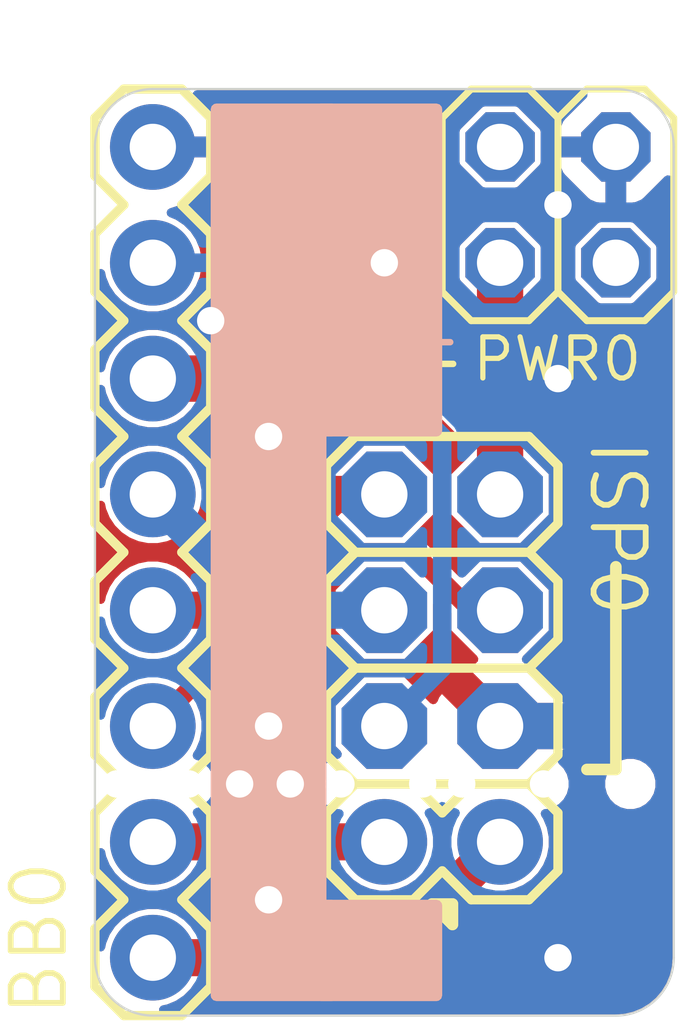
<source format=kicad_pcb>
(kicad_pcb (version 20241229) (generator "pcbnew") (generator_version "9.0")
  (layers (0 "F.Cu" signal) (2 "B.Cu" signal) (13 "F.Paste" user) (15 "B.Paste" user) (5 "F.SilkS" user "F.Silkscreen") (7 "B.SilkS" user "B.Silkscreen") (1 "F.Mask" user) (3 "B.Mask" user) (25 "Edge.Cuts" user))
  (net 0 "")
  (net 1 "MOSI")
  (net 2 "MISO")
  (net 3 "SCK")
  (net 4 "VCC")
  (net 5 "GND")
  (net 6 "RST")
  (net 7 "N$1")
  (net 8 "N$2")
  (footprint "ISPbreadboardAdapter_ATmega328compatible_v1.2.1:1X02" (layer "F.Cu") (at 148.5011 111.3536)
    (property "Reference" "ADDPINS0" (hide yes))
    (property "Value" "")
    (fp_line (start -1.27 -0.635) (end -1.27 0.635) (stroke (width 0.2032)) (layer "F.SilkS"))
    (fp_line (start -1.27 0.635) (end -0.635 1.27) (stroke (width 0.2032)) (layer "F.SilkS"))
    (fp_line (start -0.635 -1.27) (end -1.27 -0.635) (stroke (width 0.2032)) (layer "F.SilkS"))
    (fp_line (start -0.635 -1.27) (end 0.635 -1.27) (stroke (width 0.2032)) (layer "F.SilkS"))
    (fp_line (start 0.635 -1.27) (end 1.27 -0.635) (stroke (width 0.2032)) (layer "F.SilkS"))
    (fp_line (start 0.635 1.27) (end -0.635 1.27) (stroke (width 0.2032)) (layer "F.SilkS"))
    (fp_line (start 1.27 -0.635) (end 1.905 -1.27) (stroke (width 0.2032)) (layer "F.SilkS"))
    (fp_line (start 1.27 0.635) (end 0.635 1.27) (stroke (width 0.2032)) (layer "F.SilkS"))
    (fp_line (start 1.905 -1.27) (end 3.175 -1.27) (stroke (width 0.2032)) (layer "F.SilkS"))
    (fp_line (start 1.905 1.27) (end 1.27 0.635) (stroke (width 0.2032)) (layer "F.SilkS"))
    (fp_line (start 3.175 -1.27) (end 3.81 -0.635) (stroke (width 0.2032)) (layer "F.SilkS"))
    (fp_line (start 3.175 1.27) (end 1.905 1.27) (stroke (width 0.2032)) (layer "F.SilkS"))
    (fp_line (start 3.81 -0.635) (end 3.81 0.635) (stroke (width 0.2032)) (layer "F.SilkS"))
    (fp_line (start 3.81 0.635) (end 3.175 1.27) (stroke (width 0.2032)) (layer "F.SilkS"))
    (pad "1" thru_hole circle (at 0 0 90) (size 1.8796 1.8796) (drill 1.016) (layers "*.Cu" "*.Mask") (net 7 "N$1"))
    (pad "2" thru_hole circle (at 2.54 0 90) (size 1.8796 1.8796) (drill 1.016) (layers "*.Cu" "*.Mask") (net 8 "N$2"))
  )
  (footprint "ISPbreadboardAdapter_ATmega328compatible_v1.2.1:dummyfp4" (layer "F.Cu") (at 147.5486 110.0836)
    (property "Reference" "UNK_HOLE_4" (hide yes))
    (property "Value" "")
    (pad "" np_thru_hole circle (at 0 0) (size 0.6 0.6) (drill 0.6) (layers "*.Cu" "*.Mask"))
  )
  (footprint "ISPbreadboardAdapter_ATmega328compatible_v1.2.1:2X3" (layer "F.Cu") (at 148.5011 103.7336 -90)
    (property "Reference" "ISP0" (at -1.27 -4.445 270) (layer "F.SilkS") (effects (font (size 1.143 1.143) (thickness 0.127)) (justify left bottom)))
    (property "Value" "")
    (fp_line (start 0.635 1.605) (end -0.635 1.605) (stroke (width 0.2032)) (layer "F.SilkS"))
    (fp_line (start -0.635 1.27) (end 0.635 1.27) (stroke (width 0.2032)) (layer "F.SilkS"))
    (fp_line (start 0.635 1.27) (end 1.27 0.635) (stroke (width 0.2032)) (layer "F.SilkS"))
    (fp_line (start 1.905 1.27) (end 3.175 1.27) (stroke (width 0.2032)) (layer "F.SilkS"))
    (fp_line (start 3.175 1.27) (end 3.81 0.635) (stroke (width 0.2032)) (layer "F.SilkS"))
    (fp_line (start 4.445 1.27) (end 5.715 1.27) (stroke (width 0.2032)) (layer "F.SilkS"))
    (fp_line (start 5.715 1.27) (end 6.35 0.635) (stroke (width 0.2032)) (layer "F.SilkS"))
    (fp_line (start -1.27 0.635) (end -0.635 1.27) (stroke (width 0.2032)) (layer "F.SilkS"))
    (fp_line (start -1.27 0.635) (end -1.27 -3.175) (stroke (width 0.2032)) (layer "F.SilkS"))
    (fp_line (start 1.27 0.635) (end 1.905 1.27) (stroke (width 0.2032)) (layer "F.SilkS"))
    (fp_line (start 3.81 0.635) (end 4.445 1.27) (stroke (width 0.2032)) (layer "F.SilkS"))
    (fp_line (start -1.27 -3.175) (end -0.635 -3.81) (stroke (width 0.2032)) (layer "F.SilkS"))
    (fp_line (start 1.27 -3.175) (end 1.27 0.635) (stroke (width 0.2032)) (layer "F.SilkS"))
    (fp_line (start 1.27 -3.175) (end 1.905 -3.81) (stroke (width 0.2032)) (layer "F.SilkS"))
    (fp_line (start 3.81 -3.175) (end 3.81 0.635) (stroke (width 0.2032)) (layer "F.SilkS"))
    (fp_line (start 3.81 -3.175) (end 4.445 -3.81) (stroke (width 0.2032)) (layer "F.SilkS"))
    (fp_line (start 6.35 -3.175) (end 6.35 0.635) (stroke (width 0.2032)) (layer "F.SilkS"))
    (fp_line (start -0.635 -3.81) (end 0.635 -3.81) (stroke (width 0.2032)) (layer "F.SilkS"))
    (fp_line (start 0.635 -3.81) (end 1.27 -3.175) (stroke (width 0.2032)) (layer "F.SilkS"))
    (fp_line (start 1.905 -3.81) (end 3.175 -3.81) (stroke (width 0.2032)) (layer "F.SilkS"))
    (fp_line (start 3.175 -3.81) (end 3.81 -3.175) (stroke (width 0.2032)) (layer "F.SilkS"))
    (fp_line (start 4.445 -3.81) (end 5.715 -3.81) (stroke (width 0.2032)) (layer "F.SilkS"))
    (fp_line (start 5.715 -3.81) (end 6.35 -3.175) (stroke (width 0.2032)) (layer "F.SilkS"))
    (pad "1" thru_hole roundrect (at 0 0 270) (size 1.8796 1.8796) (drill 1.016) (layers "*.Cu" "*.Mask") (chamfer_ratio 0.2928932188) (chamfer top_left top_right bottom_left bottom_right) (net 2 "MISO"))
    (pad "2" thru_hole roundrect (at 0 -2.54 270) (size 1.8796 1.8796) (drill 1.016) (layers "*.Cu" "*.Mask") (chamfer_ratio 0.2928932188) (chamfer top_left top_right bottom_left bottom_right) (net 4 "VCC"))
    (pad "3" thru_hole roundrect (at 2.54 0 270) (size 1.8796 1.8796) (drill 1.016) (layers "*.Cu" "*.Mask") (chamfer_ratio 0.2928932188) (chamfer top_left top_right bottom_left bottom_right) (net 3 "SCK"))
    (pad "4" thru_hole roundrect (at 2.54 -2.54 270) (size 1.8796 1.8796) (drill 1.016) (layers "*.Cu" "*.Mask") (chamfer_ratio 0.2928932188) (chamfer top_left top_right bottom_left bottom_right) (net 1 "MOSI"))
    (pad "5" thru_hole roundrect (at 5.08 0 270) (size 1.8796 1.8796) (drill 1.016) (layers "*.Cu" "*.Mask") (chamfer_ratio 0.2928932188) (chamfer top_left top_right bottom_left bottom_right) (net 6 "RST"))
    (pad "6" thru_hole roundrect (at 5.08 -2.54 270) (size 1.8796 1.8796) (drill 1.016) (layers "*.Cu" "*.Mask") (chamfer_ratio 0.2928932188) (chamfer top_left top_right bottom_left bottom_right) (net 5 "GND"))
  )
  (footprint "ISPbreadboardAdapter_ATmega328compatible_v1.2.1:dummyfp5" (layer "F.Cu") (at 149.342475 110.0836)
    (property "Reference" "UNK_HOLE_5" (hide yes))
    (property "Value" "")
    (pad "" np_thru_hole circle (at 0 0) (size 0.6 0.6) (drill 0.6) (layers "*.Cu" "*.Mask"))
  )
  (footprint "ISPbreadboardAdapter_ATmega328compatible_v1.2.1:dummyfp7" (layer "F.Cu") (at 151.9936 110.0836)
    (property "Reference" "UNK_HOLE_7" (hide yes))
    (property "Value" "")
    (pad "" np_thru_hole circle (at 0 0) (size 0.6 0.6) (drill 0.6) (layers "*.Cu" "*.Mask"))
  )
  (footprint "ISPbreadboardAdapter_ATmega328compatible_v1.2.1:dummyfp3" (layer "F.Cu") (at 146.43735 110.0836)
    (property "Reference" "UNK_HOLE_3" (hide yes))
    (property "Value" "")
    (pad "" np_thru_hole circle (at 0 0) (size 0.6 0.6) (drill 0.6) (layers "*.Cu" "*.Mask"))
  )
  (footprint "ISPbreadboardAdapter_ATmega328compatible_v1.2.1:dummyfp6" (layer "F.Cu") (at 150.199725 110.0836)
    (property "Reference" "UNK_HOLE_6" (hide yes))
    (property "Value" "")
    (pad "" np_thru_hole circle (at 0 0) (size 0.6 0.6) (drill 0.6) (layers "*.Cu" "*.Mask"))
  )
  (footprint "ISPbreadboardAdapter_ATmega328compatible_v1.2.1:2X02" (layer "F.Cu") (at 152.3111 97.3836 180)
    (property "Reference" "PWR0" (at -1.905 -2.8575 0) (layer "F.SilkS") (effects (font (size 0.9017 0.9017) (thickness 0.1143)) (justify right top)))
    (property "Value" "")
    (fp_line (start 2.54 -1.905) (end 2.54 1.905) (stroke (width 0.1524)) (layer "F.SilkS"))
    (fp_line (start 1.905 2.54) (end 2.54 1.905) (stroke (width 0.1524)) (layer "F.SilkS"))
    (fp_line (start 1.905 -2.54) (end 2.54 -1.905) (stroke (width 0.1524)) (layer "F.SilkS"))
    (fp_line (start 0.635 2.54) (end 1.905 2.54) (stroke (width 0.1524)) (layer "F.SilkS"))
    (fp_line (start 0.635 -2.54) (end 1.905 -2.54) (stroke (width 0.1524)) (layer "F.SilkS"))
    (fp_line (start 0 1.905) (end 0.635 2.54) (stroke (width 0.1524)) (layer "F.SilkS"))
    (fp_line (start 0 -1.905) (end 0.635 -2.54) (stroke (width 0.1524)) (layer "F.SilkS"))
    (fp_line (start 0 -1.905) (end 0 1.905) (stroke (width 0.1524)) (layer "F.SilkS"))
    (fp_line (start -0.635 2.54) (end 0 1.905) (stroke (width 0.1524)) (layer "F.SilkS"))
    (fp_line (start -0.635 -2.54) (end 0 -1.905) (stroke (width 0.1524)) (layer "F.SilkS"))
    (fp_line (start -1.905 2.54) (end -0.635 2.54) (stroke (width 0.1524)) (layer "F.SilkS"))
    (fp_line (start -1.905 -2.54) (end -0.635 -2.54) (stroke (width 0.1524)) (layer "F.SilkS"))
    (fp_line (start -2.54 1.905) (end -1.905 2.54) (stroke (width 0.1524)) (layer "F.SilkS"))
    (fp_line (start -2.54 1.905) (end -2.54 -1.905) (stroke (width 0.1524)) (layer "F.SilkS"))
    (fp_line (start -2.54 -1.905) (end -1.905 -2.54) (stroke (width 0.1524)) (layer "F.SilkS"))
    (pad "1" thru_hole roundrect (at -1.27 1.27 180) (size 1.524 1.524) (drill 1.016) (layers "*.Cu" "*.Mask") (chamfer_ratio 0.2928932188) (chamfer top_left top_right bottom_left bottom_right) (net 5 "GND"))
    (pad "2" thru_hole roundrect (at -1.27 -1.27 180) (size 1.524 1.524) (drill 1.016) (layers "*.Cu" "*.Mask") (chamfer_ratio 0.2928932188) (chamfer top_left top_right bottom_left bottom_right))
    (pad "3" thru_hole roundrect (at 1.27 1.27 180) (size 1.524 1.524) (drill 1.016) (layers "*.Cu" "*.Mask") (chamfer_ratio 0.2928932188) (chamfer top_left top_right bottom_left bottom_right))
    (pad "4" thru_hole roundrect (at 1.27 -1.27 180) (size 1.524 1.524) (drill 1.016) (layers "*.Cu" "*.Mask") (chamfer_ratio 0.2928932188) (chamfer top_left top_right bottom_left bottom_right) (net 4 "VCC"))
  )
  (footprint "ISPbreadboardAdapter_ATmega328compatible_v1.2.1:dummyfp2" (layer "F.Cu") (at 145.3261 110.0836)
    (property "Reference" "UNK_HOLE_2" (hide yes))
    (property "Value" "")
    (pad "" np_thru_hole circle (at 0 0) (size 0.6 0.6) (drill 0.6) (layers "*.Cu" "*.Mask"))
  )
  (footprint "ISPbreadboardAdapter_ATmega328compatible_v1.2.1:dummyfp1" (layer "F.Cu") (at 144.21485 110.0836)
    (property "Reference" "UNK_HOLE_1" (hide yes))
    (property "Value" "")
    (pad "" np_thru_hole circle (at 0 0) (size 0.6 0.6) (drill 0.6) (layers "*.Cu" "*.Mask"))
  )
  (footprint "ISPbreadboardAdapter_ATmega328compatible_v1.2.1:1X08_ROUND" (layer "F.Cu") (at 143.4211 113.8936 90)
    (property "Reference" "BB0" (at -1.3462 -1.8288 90) (layer "F.SilkS") (effects (font (size 1.143 1.143) (thickness 0.127)) (justify left bottom)))
    (property "Value" "")
    (fp_line (start 18.415 -1.27) (end 19.05 -0.635) (stroke (width 0.2032)) (layer "F.SilkS"))
    (fp_line (start 17.145 -1.27) (end 18.415 -1.27) (stroke (width 0.2032)) (layer "F.SilkS"))
    (fp_line (start 17.145 -1.27) (end 16.51 -0.635) (stroke (width 0.2032)) (layer "F.SilkS"))
    (fp_line (start 15.875 -1.27) (end 16.51 -0.635) (stroke (width 0.2032)) (layer "F.SilkS"))
    (fp_line (start 14.605 -1.27) (end 15.875 -1.27) (stroke (width 0.2032)) (layer "F.SilkS"))
    (fp_line (start 14.605 -1.27) (end 13.97 -0.635) (stroke (width 0.2032)) (layer "F.SilkS"))
    (fp_line (start 13.335 -1.27) (end 13.97 -0.635) (stroke (width 0.2032)) (layer "F.SilkS"))
    (fp_line (start 12.065 -1.27) (end 13.335 -1.27) (stroke (width 0.2032)) (layer "F.SilkS"))
    (fp_line (start 10.795 -1.27) (end 11.43 -0.635) (stroke (width 0.2032)) (layer "F.SilkS"))
    (fp_line (start 9.525 -1.27) (end 10.795 -1.27) (stroke (width 0.2032)) (layer "F.SilkS"))
    (fp_line (start 8.255 -1.27) (end 8.89 -0.635) (stroke (width 0.2032)) (layer "F.SilkS"))
    (fp_line (start 6.985 -1.27) (end 8.255 -1.27) (stroke (width 0.2032)) (layer "F.SilkS"))
    (fp_line (start 6.985 -1.27) (end 6.35 -0.635) (stroke (width 0.2032)) (layer "F.SilkS"))
    (fp_line (start 5.715 -1.27) (end 6.35 -0.635) (stroke (width 0.2032)) (layer "F.SilkS"))
    (fp_line (start 4.445 -1.27) (end 5.715 -1.27) (stroke (width 0.2032)) (layer "F.SilkS"))
    (fp_line (start 3.175 -1.27) (end 3.81 -0.635) (stroke (width 0.2032)) (layer "F.SilkS"))
    (fp_line (start 1.905 -1.27) (end 3.175 -1.27) (stroke (width 0.2032)) (layer "F.SilkS"))
    (fp_line (start 0.635 -1.27) (end 1.27 -0.635) (stroke (width 0.2032)) (layer "F.SilkS"))
    (fp_line (start -0.635 -1.27) (end 0.635 -1.27) (stroke (width 0.2032)) (layer "F.SilkS"))
    (fp_line (start -0.635 -1.27) (end -1.27 -0.635) (stroke (width 0.2032)) (layer "F.SilkS"))
    (fp_line (start 19.05 -0.635) (end 19.05 0.635) (stroke (width 0.2032)) (layer "F.SilkS"))
    (fp_line (start 11.43 -0.635) (end 12.065 -1.27) (stroke (width 0.2032)) (layer "F.SilkS"))
    (fp_line (start 8.89 -0.635) (end 9.525 -1.27) (stroke (width 0.2032)) (layer "F.SilkS"))
    (fp_line (start 3.81 -0.635) (end 4.445 -1.27) (stroke (width 0.2032)) (layer "F.SilkS"))
    (fp_line (start 1.27 -0.635) (end 1.905 -1.27) (stroke (width 0.2032)) (layer "F.SilkS"))
    (fp_line (start -1.27 -0.635) (end -1.27 0.635) (stroke (width 0.2032)) (layer "F.SilkS"))
    (fp_line (start 19.05 0.635) (end 18.415 1.27) (stroke (width 0.2032)) (layer "F.SilkS"))
    (fp_line (start 16.51 0.635) (end 17.145 1.27) (stroke (width 0.2032)) (layer "F.SilkS"))
    (fp_line (start 16.51 0.635) (end 15.875 1.27) (stroke (width 0.2032)) (layer "F.SilkS"))
    (fp_line (start 13.97 0.635) (end 14.605 1.27) (stroke (width 0.2032)) (layer "F.SilkS"))
    (fp_line (start 13.97 0.635) (end 13.335 1.27) (stroke (width 0.2032)) (layer "F.SilkS"))
    (fp_line (start 11.43 0.635) (end 10.795 1.27) (stroke (width 0.2032)) (layer "F.SilkS"))
    (fp_line (start 8.89 0.635) (end 8.255 1.27) (stroke (width 0.2032)) (layer "F.SilkS"))
    (fp_line (start 6.35 0.635) (end 6.985 1.27) (stroke (width 0.2032)) (layer "F.SilkS"))
    (fp_line (start 6.35 0.635) (end 5.715 1.27) (stroke (width 0.2032)) (layer "F.SilkS"))
    (fp_line (start 3.81 0.635) (end 3.175 1.27) (stroke (width 0.2032)) (layer "F.SilkS"))
    (fp_line (start 1.27 0.635) (end 0.635 1.27) (stroke (width 0.2032)) (layer "F.SilkS"))
    (fp_line (start -1.27 0.635) (end -0.635 1.27) (stroke (width 0.2032)) (layer "F.SilkS"))
    (fp_line (start 18.415 1.27) (end 17.145 1.27) (stroke (width 0.2032)) (layer "F.SilkS"))
    (fp_line (start 15.875 1.27) (end 14.605 1.27) (stroke (width 0.2032)) (layer "F.SilkS"))
    (fp_line (start 13.335 1.27) (end 12.065 1.27) (stroke (width 0.2032)) (layer "F.SilkS"))
    (fp_line (start 12.065 1.27) (end 11.43 0.635) (stroke (width 0.2032)) (layer "F.SilkS"))
    (fp_line (start 10.795 1.27) (end 9.525 1.27) (stroke (width 0.2032)) (layer "F.SilkS"))
    (fp_line (start 9.525 1.27) (end 8.89 0.635) (stroke (width 0.2032)) (layer "F.SilkS"))
    (fp_line (start 8.255 1.27) (end 6.985 1.27) (stroke (width 0.2032)) (layer "F.SilkS"))
    (fp_line (start 5.715 1.27) (end 4.445 1.27) (stroke (width 0.2032)) (layer "F.SilkS"))
    (fp_line (start 4.445 1.27) (end 3.81 0.635) (stroke (width 0.2032)) (layer "F.SilkS"))
    (fp_line (start 3.175 1.27) (end 1.905 1.27) (stroke (width 0.2032)) (layer "F.SilkS"))
    (fp_line (start 1.905 1.27) (end 1.27 0.635) (stroke (width 0.2032)) (layer "F.SilkS"))
    (fp_line (start 0.635 1.27) (end -0.635 1.27) (stroke (width 0.2032)) (layer "F.SilkS"))
    (pad "1" thru_hole circle (at 0 0 180) (size 1.8796 1.8796) (drill 1.016) (layers "*.Cu" "*.Mask") (net 8 "N$2"))
    (pad "2" thru_hole circle (at 2.54 0 180) (size 1.8796 1.8796) (drill 1.016) (layers "*.Cu" "*.Mask") (net 7 "N$1"))
    (pad "3" thru_hole circle (at 5.08 0 180) (size 1.8796 1.8796) (drill 1.016) (layers "*.Cu" "*.Mask") (net 1 "MOSI"))
    (pad "4" thru_hole circle (at 7.62 0 180) (size 1.8796 1.8796) (drill 1.016) (layers "*.Cu" "*.Mask") (net 2 "MISO"))
    (pad "5" thru_hole circle (at 10.16 0 180) (size 1.8796 1.8796) (drill 1.016) (layers "*.Cu" "*.Mask") (net 3 "SCK"))
    (pad "6" thru_hole circle (at 12.7 0 180) (size 1.8796 1.8796) (drill 1.016) (layers "*.Cu" "*.Mask") (net 4 "VCC"))
    (pad "7" thru_hole circle (at 15.24 0 180) (size 1.8796 1.8796) (drill 1.016) (layers "*.Cu" "*.Mask") (net 6 "RST"))
    (pad "8" thru_hole circle (at 17.78 0 180) (size 1.8796 1.8796) (drill 1.016) (layers "*.Cu" "*.Mask") (net 5 "GND"))
  )
  (footprint "ISPbreadboardAdapter_ATmega328compatible_v1.2.1:dummyfp8" (layer "F.Cu") (at 153.8986 110.0836)
    (property "Reference" "UNK_HOLE_8" (hide yes))
    (property "Value" "")
    (pad "" np_thru_hole circle (at 0 0) (size 0.6 0.6) (drill 0.6) (layers "*.Cu" "*.Mask"))
  )
  (footprint "ISPbreadboardAdapter_ATmega328compatible_v1.2.1:dummyfp0" (layer "F.Cu") (at 142.62735 110.0836)
    (property "Reference" "UNK_HOLE_0" (hide yes))
    (property "Value" "")
    (pad "" np_thru_hole circle (at 0 0) (size 0.6 0.6) (drill 0.6) (layers "*.Cu" "*.Mask"))
  )
  (gr_line (start 148.8186 113.8936) (end 149.995606 112.716594) (stroke (width 0.254)) (layer "F.SilkS"))
  (gr_line (start 152.9461 109.7661) (end 153.5811 109.7661) (stroke (width 0.254)) (layer "F.SilkS"))
  (gr_line (start 145.0086 111.3536) (end 145.3261 111.6711) (stroke (width 0.254)) (layer "F.SilkS"))
  (gr_line (start 146.5961 111.6711) (end 146.9136 111.3536) (stroke (width 0.254)) (layer "F.SilkS"))
  (gr_line (start 145.0086 113.8936) (end 148.8186 113.8936) (stroke (width 0.254)) (layer "F.SilkS"))
  (gr_line (start 149.54659 112.716594) (end 149.995606 113.16561) (stroke (width 0.254)) (layer "F.SilkS"))
  (gr_line (start 145.0086 113.8936) (end 145.3261 113.5761) (stroke (width 0.254)) (layer "F.SilkS"))
  (gr_line (start 149.995606 112.716594) (end 149.54659 112.716594) (stroke (width 0.254)) (layer "F.SilkS"))
  (gr_line (start 153.5811 109.7661) (end 153.5811 105.3211) (stroke (width 0.254)) (layer "F.SilkS"))
  (gr_line (start 146.9136 111.3536) (end 146.5961 111.0361) (stroke (width 0.254)) (layer "F.SilkS"))
  (gr_line (start 146.9136 111.3536) (end 145.0086 111.3536) (stroke (width 0.254)) (layer "F.SilkS"))
  (gr_line (start 149.995606 113.16561) (end 149.995606 112.716594) (stroke (width 0.254)) (layer "F.SilkS"))
  (gr_line (start 145.3261 113.5761) (end 145.3261 114.2111) (stroke (width 0.254)) (layer "F.SilkS"))
  (gr_line (start 146.5961 111.0361) (end 146.5961 111.6711) (stroke (width 0.254)) (layer "F.SilkS"))
  (gr_line (start 145.3261 114.2111) (end 145.0086 113.8936) (stroke (width 0.254)) (layer "F.SilkS"))
  (gr_line (start 145.3261 111.0361) (end 145.0086 111.3536) (stroke (width 0.254)) (layer "F.SilkS"))
  (gr_line (start 145.3261 111.6711) (end 145.3261 111.0361) (stroke (width 0.254)) (layer "F.SilkS"))
  (gr_arc (start 143.4211 115.1636) (mid 142.523074 114.791626) (end 142.1511 113.8936) (stroke (width 0.05)) (layer "Edge.Cuts"))
  (gr_arc (start 142.1511 96.1136) (mid 142.523074 95.215574) (end 143.4211 94.8436) (stroke (width 0.05)) (layer "Edge.Cuts"))
  (gr_line (start 153.5811 115.1636) (end 143.4211 115.1636) (stroke (width 0.05)) (layer "Edge.Cuts"))
  (gr_line (start 154.8511 96.1136) (end 154.8511 113.8936) (stroke (width 0.05)) (layer "Edge.Cuts"))
  (gr_line (start 143.4211 94.8436) (end 153.5811 94.8436) (stroke (width 0.05)) (layer "Edge.Cuts"))
  (gr_line (start 142.1511 113.8936) (end 142.1511 96.1136) (stroke (width 0.05)) (layer "Edge.Cuts"))
  (gr_arc (start 154.8511 113.8936) (mid 154.479126 114.791626) (end 153.5811 115.1636) (stroke (width 0.05)) (layer "Edge.Cuts"))
  (gr_arc (start 153.5811 94.8436) (mid 154.479126 95.215574) (end 154.8511 96.1136) (stroke (width 0.05)) (layer "Edge.Cuts"))
  (gr_text "+" (at 148.281305 101.701702 0) (layer "F.SilkS") (effects (font (size 1.63576 1.63576) (thickness 0.14224)) (justify left bottom)))
  (gr_text "GND\nRST\nVCC\nSCK\nMISO\nMOSI" (at 144.6911 109.1311 0) (layer "F.SilkS") (effects (font (size 0.70104 0.70104) (thickness 0.06096)) (justify left bottom)))
  (gr_text "+" (at 150.4061 99.2886 -90) (layer "B.SilkS") (effects (font (size 1.63576 1.63576) (thickness 0.14224)) (justify right top mirror)))
  (segment (start 147.2311 105.0036) (end 143.4211 108.8136) (width 0.4064) (layer "F.Cu") (net 1))
  (segment (start 150.4061 106.2736) (end 149.1361 105.0036) (width 0.4064) (layer "F.Cu") (net 1))
  (segment (start 151.0411 106.2736) (end 150.4061 106.2736) (width 0.4064) (layer "F.Cu") (net 1))
  (segment (start 149.1361 105.0036) (end 147.2311 105.0036) (width 0.4064) (layer "F.Cu") (net 1))
  (segment (start 148.5011 103.7336) (end 147.38985 103.7336) (width 0.8128) (layer "F.Cu") (net 2))
  (segment (start 147.38985 103.7336) (end 144.84985 106.2736) (width 0.8128) (layer "F.Cu") (net 2))
  (segment (start 144.84985 106.2736) (end 143.4211 106.2736) (width 0.8128) (layer "F.Cu") (net 2))
  (segment (start 148.5011 106.2736) (end 145.9611 106.2736) (width 0.8128) (layer "B.Cu") (net 3))
  (segment (start 145.9611 106.2736) (end 143.4211 103.7336) (width 0.8128) (layer "B.Cu") (net 3))
  (segment (start 149.7711 101.1936) (end 151.0411 99.9236) (width 1.016) (layer "F.Cu") (net 4))
  (segment (start 151.0411 102.4636) (end 151.0411 103.7336) (width 1.016) (layer "F.Cu") (net 4))
  (segment (start 151.0411 99.9236) (end 151.0411 98.6536) (width 1.016) (layer "F.Cu") (net 4))
  (segment (start 149.7711 101.1936) (end 151.0411 102.4636) (width 1.016) (layer "F.Cu") (net 4))
  (segment (start 149.7711 101.1936) (end 143.4211 101.1936) (width 1.016) (layer "F.Cu") (net 4))
  (segment (start 151.0411 108.8136) (end 149.7711 107.5436) (width 0.8128) (layer "F.Cu") (net 5))
  (segment (start 151.0411 108.8136) (end 152.3111 108.8136) (width 1.016) (layer "F.Cu") (net 5))
  (via (at 145.9611 112.6236) (size 0.9048) (drill 0.6) (layers "F.Cu" "B.Cu") (net 5))
  (via (at 152.3111 113.8936) (size 0.9048) (drill 0.6) (layers "F.Cu" "B.Cu") (net 5))
  (via (at 145.9611 108.8136) (size 0.9048) (drill 0.6) (layers "F.Cu" "B.Cu") (net 5))
  (via (at 144.6911 99.9236) (size 0.9048) (drill 0.6) (layers "F.Cu" "B.Cu") (net 5))
  (via (at 148.5011 98.6536) (size 0.9048) (drill 0.6) (layers "F.Cu" "B.Cu") (net 5))
  (via (at 152.3111 97.3836) (size 0.9048) (drill 0.6) (layers "F.Cu" "B.Cu") (net 5))
  (via (at 145.9611 102.4636) (size 0.9048) (drill 0.6) (layers "F.Cu" "B.Cu") (net 5))
  (via (at 152.3111 101.1936) (size 0.9048) (drill 0.6) (layers "F.Cu" "B.Cu") (net 5))
  (segment (start 151.0411 108.8136) (end 152.3111 108.8136) (width 1.016) (layer "B.Cu") (net 5))
  (segment (start 145.9611 98.6536) (end 143.4211 98.6536) (width 0.4064) (layer "B.Cu") (net 6))
  (segment (start 148.5011 108.8136) (end 149.7711 107.5436) (width 0.4064) (layer "B.Cu") (net 6))
  (segment (start 149.7711 102.4636) (end 145.9611 98.6536) (width 0.4064) (layer "B.Cu") (net 6))
  (segment (start 149.7711 107.5436) (end 149.7711 102.4636) (width 0.4064) (layer "B.Cu") (net 6))
  (segment (start 148.5011 111.3536) (end 143.4211 111.3536) (width 0.8128) (layer "F.Cu") (net 7))
  (segment (start 151.0411 111.3536) (end 148.5011 113.8936) (width 0.8128) (layer "F.Cu") (net 8))
  (segment (start 148.5011 113.8936) (end 143.4211 113.8936) (width 0.8128) (layer "F.Cu") (net 8))
  (zone (net 5) (net_name "GND") (layer "F.Cu") (priority 6) (connect_pads (clearance 0.000001)) (min_thickness 0.2032) (fill yes (thermal_gap 0.4564) (thermal_bridge_width 0.4564))
    (polygon (pts (xy 155.0543 115.3668) (xy 141.9479 115.3668) (xy 141.9479 94.6404) (xy 155.0543 94.6404)))
  )
  (zone (net 5) (net_name "GND") (layer "B.Cu") (priority 6) (connect_pads (clearance 0.000001)) (min_thickness 0.2032) (fill yes (thermal_gap 0.4564) (thermal_bridge_width 0.4564))
    (polygon (pts (xy 155.0543 115.3668) (xy 141.9479 115.3668) (xy 141.9479 94.6404) (xy 155.0543 94.6404)))
  )
  (zone (net 0) (net_name "") (layer "B.SilkS") (connect_pads (clearance 0.5)) (min_thickness 0.25) (fill yes (thermal_gap 0.5) (thermal_bridge_width 0.5))
    (polygon (pts (xy 144.6911 114.8461) (xy 147.2311 114.8461) (xy 147.2311 95.1611) (xy 144.6911 95.1611)))
  )
  (zone (net 0) (net_name "") (layer "B.SilkS") (connect_pads (clearance 0.5)) (min_thickness 0.25) (fill yes (thermal_gap 0.5) (thermal_bridge_width 0.5))
    (polygon (pts (xy 147.2311 114.8461) (xy 149.7711 114.8461) (xy 149.7711 112.6236) (xy 147.2311 112.6236)))
  )
  (zone (net 0) (net_name "") (layer "B.SilkS") (connect_pads (clearance 0.5)) (min_thickness 0.25) (fill yes (thermal_gap 0.5) (thermal_bridge_width 0.5))
    (polygon (pts (xy 147.2311 102.4636) (xy 149.7711 102.4636) (xy 149.7711 95.1611) (xy 147.2311 95.1611)))
  )
)
</source>
